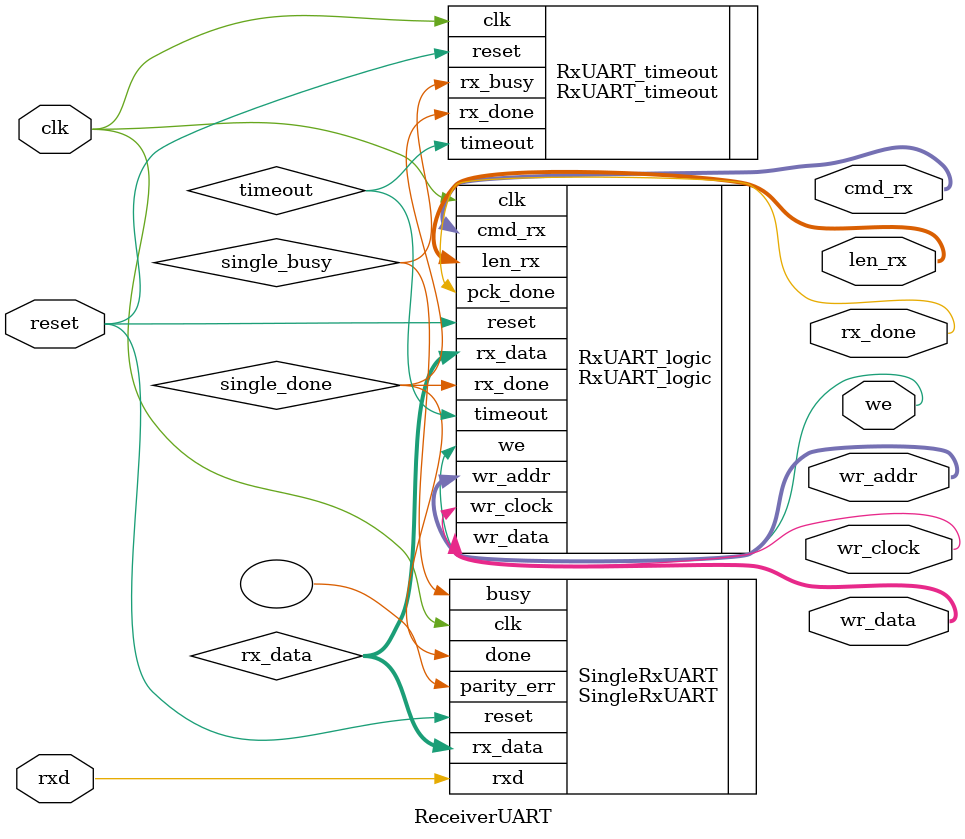
<source format=sv>
/***********************************************************/
/* Description: Receiver protocol from UART                */
/*    cmd, len, data0, ... datax, sum                      */
/*      {sum = ~(cmd + len + data0 + ... + datax)}         */
/* Author: Dmitriy Dayneko (Digital Rabbit)                */
/* Version: 1.1                                            */
/* Date: 20.02.2022                                        */
/***********************************************************/

function automatic int clogb2 (input int number);
    int calc;
    begin
      for (int i = 0; 2**i < number; i++)
        calc = i + 1;
        clogb2 = (number == 0) ? 0 :
                  (number == 1) ? 1 : calc;
    end
endfunction

module ReceiverUART 
#(
	parameter int CLOCK = 10_000_000,
	parameter int BAUD = 1_000_000,
	parameter PARITY = "NO",
	parameter FIRST_BIT = "LSB",
	parameter NUMBER = 256,
	parameter TIMEOUT = 10
)
(
input clk,
input reset,
input rxd,
output rx_done,
output [7:0] cmd_rx,
output [clogb2(NUMBER)-1:0] len_rx,
output [7:0] wr_data,
output [clogb2(NUMBER)-1:0] wr_addr,
output wr_clock,
output we
);

///// SIGNALS /////

wire [7:0] rx_data;
wire single_done;
wire single_busy;
wire timeout;

///// RECEIVE SINGLE BYTE /////

defparam SingleRxUART.CLOCK = CLOCK;
defparam SingleRxUART.BAUD = BAUD;
defparam SingleRxUART.PARITY = PARITY;
defparam SingleRxUART.FIRST_BIT = FIRST_BIT;
SingleRxUART SingleRxUART
(
  .clk (clk), .reset (reset),
  .rxd (rxd),
  .rx_data (rx_data), 
  .parity_err (),
  .done (single_done),
  .busy (single_busy)
);

///// RECEIVE PACKET /////

defparam RxUART_logic.NUMBER = NUMBER;
RxUART_logic RxUART_logic
(
  .clk (clk), .reset (reset),
  .rx_data (rx_data),
  .rx_done (single_done),
  .timeout (timeout),
  .pck_done (rx_done),
  .cmd_rx (cmd_rx),
  .len_rx (len_rx),
  .wr_data (wr_data),
  .wr_addr (wr_addr),
  .wr_clock (wr_clock),
  .we (we)
);

///// TIMEOUT CONTROL /////

defparam RxUART_timeout.CLOCK = CLOCK;
defparam RxUART_timeout.BAUD = BAUD;
defparam RxUART_timeout.PARITY = PARITY;
defparam RxUART_timeout.TIMEOUT = TIMEOUT;
RxUART_timeout RxUART_timeout
(
  .clk (clk), .reset (reset),
  .rx_done (single_done), .rx_busy (single_busy),
  .timeout (timeout)
);

endmodule
</source>
